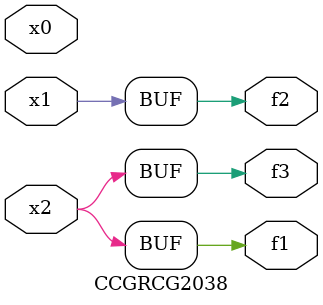
<source format=v>
module CCGRCG2038(
	input x0, x1, x2,
	output f1, f2, f3
);
	assign f1 = x2;
	assign f2 = x1;
	assign f3 = x2;
endmodule

</source>
